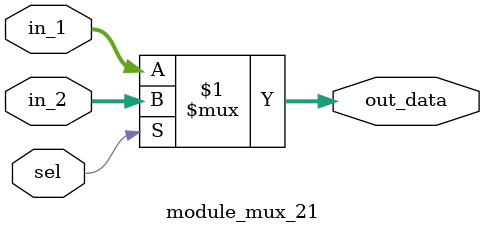
<source format=sv>
module module_mux_21 (
    input  logic        sel,
    input  logic [3:0]  in_1,  // 2 entradas de 4 bits cada una = 8 bits en total
    input  logic [3:0]  in_2,
    output logic [3:0]  out_data
);

    assign out_data = (sel) ? in_2 : in_1;
endmodule

</source>
